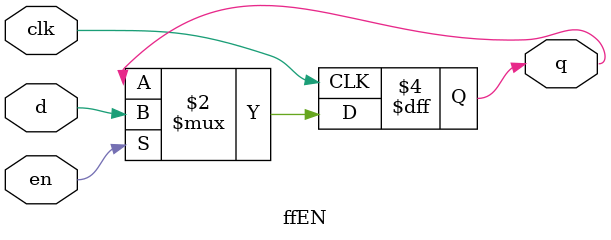
<source format=v>

module ffEN (d,q,clk,en);
    input wire d, clk, en;
    output reg q;

    always @(posedge clk) begin
        if (en) q<=d;
    end
endmodule
</source>
